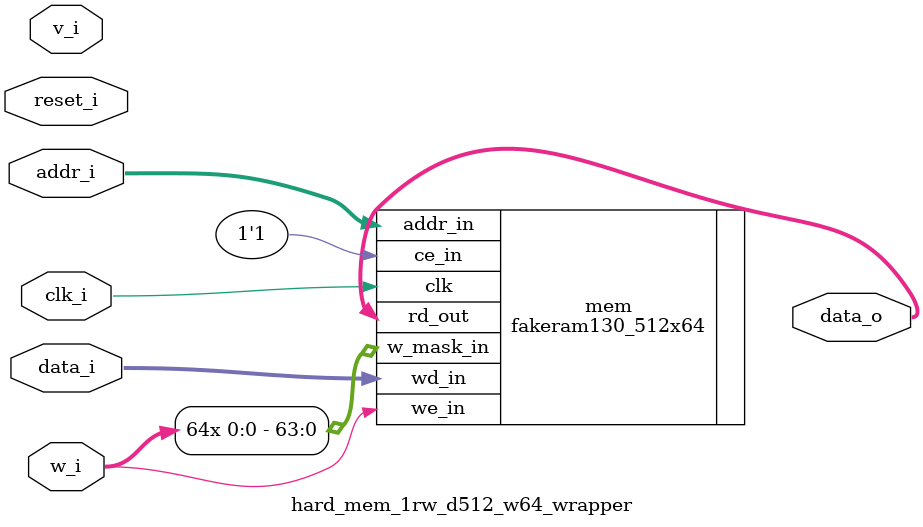
<source format=v>
module hard_mem_1rw_bit_mask_d64_w96_wrapper(
	`ifdef USE_POWER_PINS
    vccd1,  // User area 1 1.8V power
    vssd1, // User area 1 digital ground
`endif
clk_i, reset_i, data_i,
     addr_i, v_i, w_mask_i, w_i, data_o);
  input clk_i, reset_i, v_i, w_i;
  input [95:0] data_i, w_mask_i;
  input [5:0] addr_i;
  output [95:0] data_o;
  wire clk_i, reset_i, v_i, w_i;
  wire [95:0] data_i, w_mask_i;
  wire [5:0] addr_i;
  wire [95:0] data_o;
  `ifdef USE_POWER_PINS
    inout vccd1;
    inout vssd1;
`endif


  fakeram130_64x96 mem (
`ifdef USE_POWER_PINS
	.vccd1 (vccd1),
	.vssd1 (vssd1),
`endif
    .clk      (clk_i   ),
    .rd_out   (data_o  ),
    .ce_in    (1'b1    ),
    .we_in    (w_i     ),
    .w_mask_in(w_mask_i),
    .addr_in  (addr_i  ),
    .wd_in    (data_i  )
  );


endmodule

module hard_mem_1rw_byte_mask_d512_w64_wrapper(
	`ifdef USE_POWER_PINS
    vccd1,  // User area 1 1.8V power
    vssd1, // User area 1 digital ground
`endif
clk_i, reset_i, data_i,
     addr_i, v_i, write_mask_i, w_i, data_o);
  input clk_i, reset_i, v_i, w_i;
  input [63:0] data_i;
  input [8:0] addr_i;
  input [7:0] write_mask_i;
  output [63:0] data_o;
  wire clk_i, reset_i, v_i, w_i;
  wire [63:0] data_i;
  wire [8:0] addr_i;
  wire [7:0] write_mask_i;
  wire [63:0] data_o;
  wire [63:0] wen;

    `ifdef USE_POWER_PINS
    inout vccd1;
    inout vssd1;
`endif

  fakeram130_512x64 mem (
`ifdef USE_POWER_PINS
        .vccd1 (vccd1),
        .vssd1 (vssd1),
`endif
    .clk      (clk_i   ),
    .rd_out   (data_o  ),
    .ce_in    (1'b1    ),
    .we_in    (w_i     ),
    .w_mask_in({{8{write_mask_i[7]}},
                {8{write_mask_i[6]}},
                {8{write_mask_i[5]}},
                {8{write_mask_i[4]}},
                {8{write_mask_i[3]}},
                {8{write_mask_i[2]}},
                {8{write_mask_i[1]}},
                {8{write_mask_i[0]}}}
      ),
    .addr_in  (addr_i  ),
    .wd_in    (data_i  )
  );

endmodule

module hard_mem_1rw_bit_mask_d64_w7_wrapper(
	`ifdef USE_POWER_PINS
    vccd1,  // User area 1 1.8V power
    vssd1, // User area 1 digital ground
`endif
clk_i, reset_i, data_i,
     addr_i, v_i, w_mask_i, w_i, data_o);
  input clk_i, reset_i, v_i, w_i;
  input [6:0] data_i, w_mask_i;
  input [5:0] addr_i;
  output [6:0] data_o;
  wire clk_i, reset_i, v_i, w_i;
  wire [6:0] data_i, w_mask_i;
  wire [5:0] addr_i;
  wire [6:0] data_o;

    `ifdef USE_POWER_PINS
    inout vccd1;
    inout vssd1;
`endif

  fakeram130_64x7 mem (
`ifdef USE_POWER_PINS
        .vccd1 (vccd1),
        .vssd1 (vssd1),
`endif
    .clk      (clk_i   ),
    .rd_out   (data_o  ),
    .ce_in    (1'b1    ),
    .we_in    (w_i     ),
    .w_mask_in(w_mask_i),
    .addr_in  (addr_i  ),
    .wd_in    (data_i  )
  );

endmodule

module hard_mem_1rw_d512_w64_wrapper(
	`ifdef USE_POWER_PINS
    vccd1,  // User area 1 1.8V power
    vssd1, // User area 1 digital ground
`endif
clk_i, v_i, reset_i, data_i,
     addr_i, w_i, data_o);
  input clk_i, v_i, reset_i, w_i;
  input [63:0] data_i;
  input [8:0] addr_i;
  output [63:0] data_o;
  wire clk_i, v_i, reset_i, w_i;
  wire [63:0] data_i;
  wire [8:0] addr_i;
  wire [63:0] data_o;

    `ifdef USE_POWER_PINS
    inout vccd1;
    inout vssd1;
`endif

  fakeram130_512x64 mem (
`ifdef USE_POWER_PINS
        .vccd1 (vccd1),
        .vssd1 (vssd1),
`endif
    .clk      (clk_i   ),
    .rd_out   (data_o  ),
    .ce_in    (1'b1    ),
    .we_in    (w_i     ),
    .w_mask_in({64{w_i}}),
    .addr_in  (addr_i  ),
    .wd_in    (data_i  )
  );

endmodule

</source>
